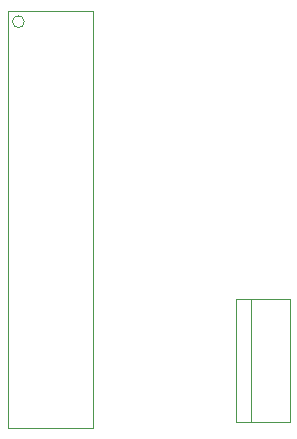
<source format=gbr>
G04*
G04 #@! TF.GenerationSoftware,Altium Limited,Altium Designer,22.4.2 (48)*
G04*
G04 Layer_Color=16711935*
%FSLAX25Y25*%
%MOIN*%
G70*
G04*
G04 #@! TF.SameCoordinates,58CDF047-041F-4824-80A0-4C5186096447*
G04*
G04*
G04 #@! TF.FilePolarity,Positive*
G04*
G01*
G75*
%ADD10C,0.00394*%
D10*
X149839Y482445D02*
G03*
X149839Y482445I-1969J0D01*
G01*
X238390Y349028D02*
Y389972D01*
X220280Y349028D02*
X238390D01*
X220280Y349028D02*
Y389972D01*
X238390D01*
X225398Y349028D02*
Y389972D01*
X144327Y347012D02*
X172673D01*
X144327Y485988D02*
X172673D01*
Y347012D02*
Y485988D01*
X144327Y347012D02*
Y485988D01*
M02*

</source>
